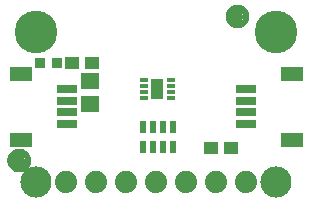
<source format=gbr>
G04 EAGLE Gerber RS-274X export*
G75*
%MOMM*%
%FSLAX34Y34*%
%LPD*%
%INSoldermask Top*%
%IPPOS*%
%AMOC8*
5,1,8,0,0,1.08239X$1,22.5*%
G01*
%ADD10C,2.641600*%
%ADD11R,1.601600X1.341600*%
%ADD12R,1.176600X1.101600*%
%ADD13R,0.551600X1.001600*%
%ADD14C,3.617600*%
%ADD15R,1.651600X0.701600*%
%ADD16R,1.901600X1.301600*%
%ADD17C,1.101600*%
%ADD18C,0.500000*%
%ADD19R,0.901600X0.901600*%
%ADD20R,1.101600X1.801600*%
%ADD21R,0.701600X0.351600*%
%ADD22C,1.879600*%


D10*
X25400Y25400D03*
X228600Y25400D03*
D11*
X71120Y91465D03*
X71120Y110465D03*
D12*
X190110Y53975D03*
X173110Y53975D03*
D13*
X115270Y71365D03*
X115270Y54365D03*
X124270Y71365D03*
X132270Y71365D03*
X141270Y71365D03*
X141270Y54365D03*
X124270Y54365D03*
X132270Y54365D03*
D14*
X25400Y152400D03*
X228600Y152400D03*
D15*
X202825Y83900D03*
X202825Y93900D03*
X202825Y73900D03*
X202825Y103900D03*
D16*
X241825Y60900D03*
X241825Y116900D03*
D15*
X51175Y93900D03*
X51175Y83900D03*
X51175Y103900D03*
X51175Y73900D03*
D16*
X12175Y116900D03*
X12175Y60900D03*
D17*
X10795Y43180D03*
D18*
X10795Y50680D02*
X10614Y50678D01*
X10433Y50671D01*
X10252Y50660D01*
X10071Y50645D01*
X9891Y50625D01*
X9711Y50601D01*
X9532Y50573D01*
X9354Y50540D01*
X9177Y50503D01*
X9000Y50462D01*
X8825Y50417D01*
X8650Y50367D01*
X8477Y50313D01*
X8306Y50255D01*
X8135Y50193D01*
X7967Y50126D01*
X7800Y50056D01*
X7634Y49982D01*
X7471Y49903D01*
X7310Y49821D01*
X7150Y49735D01*
X6993Y49645D01*
X6838Y49551D01*
X6685Y49454D01*
X6535Y49352D01*
X6387Y49248D01*
X6241Y49139D01*
X6099Y49028D01*
X5959Y48912D01*
X5822Y48794D01*
X5687Y48672D01*
X5556Y48547D01*
X5428Y48419D01*
X5303Y48288D01*
X5181Y48153D01*
X5063Y48016D01*
X4947Y47876D01*
X4836Y47734D01*
X4727Y47588D01*
X4623Y47440D01*
X4521Y47290D01*
X4424Y47137D01*
X4330Y46982D01*
X4240Y46825D01*
X4154Y46665D01*
X4072Y46504D01*
X3993Y46341D01*
X3919Y46175D01*
X3849Y46008D01*
X3782Y45840D01*
X3720Y45669D01*
X3662Y45498D01*
X3608Y45325D01*
X3558Y45150D01*
X3513Y44975D01*
X3472Y44798D01*
X3435Y44621D01*
X3402Y44443D01*
X3374Y44264D01*
X3350Y44084D01*
X3330Y43904D01*
X3315Y43723D01*
X3304Y43542D01*
X3297Y43361D01*
X3295Y43180D01*
X10795Y50680D02*
X10976Y50678D01*
X11157Y50671D01*
X11338Y50660D01*
X11519Y50645D01*
X11699Y50625D01*
X11879Y50601D01*
X12058Y50573D01*
X12236Y50540D01*
X12413Y50503D01*
X12590Y50462D01*
X12765Y50417D01*
X12940Y50367D01*
X13113Y50313D01*
X13284Y50255D01*
X13455Y50193D01*
X13623Y50126D01*
X13790Y50056D01*
X13956Y49982D01*
X14119Y49903D01*
X14280Y49821D01*
X14440Y49735D01*
X14597Y49645D01*
X14752Y49551D01*
X14905Y49454D01*
X15055Y49352D01*
X15203Y49248D01*
X15349Y49139D01*
X15491Y49028D01*
X15631Y48912D01*
X15768Y48794D01*
X15903Y48672D01*
X16034Y48547D01*
X16162Y48419D01*
X16287Y48288D01*
X16409Y48153D01*
X16527Y48016D01*
X16643Y47876D01*
X16754Y47734D01*
X16863Y47588D01*
X16967Y47440D01*
X17069Y47290D01*
X17166Y47137D01*
X17260Y46982D01*
X17350Y46825D01*
X17436Y46665D01*
X17518Y46504D01*
X17597Y46341D01*
X17671Y46175D01*
X17741Y46008D01*
X17808Y45840D01*
X17870Y45669D01*
X17928Y45498D01*
X17982Y45325D01*
X18032Y45150D01*
X18077Y44975D01*
X18118Y44798D01*
X18155Y44621D01*
X18188Y44443D01*
X18216Y44264D01*
X18240Y44084D01*
X18260Y43904D01*
X18275Y43723D01*
X18286Y43542D01*
X18293Y43361D01*
X18295Y43180D01*
X18293Y42999D01*
X18286Y42818D01*
X18275Y42637D01*
X18260Y42456D01*
X18240Y42276D01*
X18216Y42096D01*
X18188Y41917D01*
X18155Y41739D01*
X18118Y41562D01*
X18077Y41385D01*
X18032Y41210D01*
X17982Y41035D01*
X17928Y40862D01*
X17870Y40691D01*
X17808Y40520D01*
X17741Y40352D01*
X17671Y40185D01*
X17597Y40019D01*
X17518Y39856D01*
X17436Y39695D01*
X17350Y39535D01*
X17260Y39378D01*
X17166Y39223D01*
X17069Y39070D01*
X16967Y38920D01*
X16863Y38772D01*
X16754Y38626D01*
X16643Y38484D01*
X16527Y38344D01*
X16409Y38207D01*
X16287Y38072D01*
X16162Y37941D01*
X16034Y37813D01*
X15903Y37688D01*
X15768Y37566D01*
X15631Y37448D01*
X15491Y37332D01*
X15349Y37221D01*
X15203Y37112D01*
X15055Y37008D01*
X14905Y36906D01*
X14752Y36809D01*
X14597Y36715D01*
X14440Y36625D01*
X14280Y36539D01*
X14119Y36457D01*
X13956Y36378D01*
X13790Y36304D01*
X13623Y36234D01*
X13455Y36167D01*
X13284Y36105D01*
X13113Y36047D01*
X12940Y35993D01*
X12765Y35943D01*
X12590Y35898D01*
X12413Y35857D01*
X12236Y35820D01*
X12058Y35787D01*
X11879Y35759D01*
X11699Y35735D01*
X11519Y35715D01*
X11338Y35700D01*
X11157Y35689D01*
X10976Y35682D01*
X10795Y35680D01*
X10614Y35682D01*
X10433Y35689D01*
X10252Y35700D01*
X10071Y35715D01*
X9891Y35735D01*
X9711Y35759D01*
X9532Y35787D01*
X9354Y35820D01*
X9177Y35857D01*
X9000Y35898D01*
X8825Y35943D01*
X8650Y35993D01*
X8477Y36047D01*
X8306Y36105D01*
X8135Y36167D01*
X7967Y36234D01*
X7800Y36304D01*
X7634Y36378D01*
X7471Y36457D01*
X7310Y36539D01*
X7150Y36625D01*
X6993Y36715D01*
X6838Y36809D01*
X6685Y36906D01*
X6535Y37008D01*
X6387Y37112D01*
X6241Y37221D01*
X6099Y37332D01*
X5959Y37448D01*
X5822Y37566D01*
X5687Y37688D01*
X5556Y37813D01*
X5428Y37941D01*
X5303Y38072D01*
X5181Y38207D01*
X5063Y38344D01*
X4947Y38484D01*
X4836Y38626D01*
X4727Y38772D01*
X4623Y38920D01*
X4521Y39070D01*
X4424Y39223D01*
X4330Y39378D01*
X4240Y39535D01*
X4154Y39695D01*
X4072Y39856D01*
X3993Y40019D01*
X3919Y40185D01*
X3849Y40352D01*
X3782Y40520D01*
X3720Y40691D01*
X3662Y40862D01*
X3608Y41035D01*
X3558Y41210D01*
X3513Y41385D01*
X3472Y41562D01*
X3435Y41739D01*
X3402Y41917D01*
X3374Y42096D01*
X3350Y42276D01*
X3330Y42456D01*
X3315Y42637D01*
X3304Y42818D01*
X3297Y42999D01*
X3295Y43180D01*
D17*
X195580Y165100D03*
D18*
X195580Y172600D02*
X195399Y172598D01*
X195218Y172591D01*
X195037Y172580D01*
X194856Y172565D01*
X194676Y172545D01*
X194496Y172521D01*
X194317Y172493D01*
X194139Y172460D01*
X193962Y172423D01*
X193785Y172382D01*
X193610Y172337D01*
X193435Y172287D01*
X193262Y172233D01*
X193091Y172175D01*
X192920Y172113D01*
X192752Y172046D01*
X192585Y171976D01*
X192419Y171902D01*
X192256Y171823D01*
X192095Y171741D01*
X191935Y171655D01*
X191778Y171565D01*
X191623Y171471D01*
X191470Y171374D01*
X191320Y171272D01*
X191172Y171168D01*
X191026Y171059D01*
X190884Y170948D01*
X190744Y170832D01*
X190607Y170714D01*
X190472Y170592D01*
X190341Y170467D01*
X190213Y170339D01*
X190088Y170208D01*
X189966Y170073D01*
X189848Y169936D01*
X189732Y169796D01*
X189621Y169654D01*
X189512Y169508D01*
X189408Y169360D01*
X189306Y169210D01*
X189209Y169057D01*
X189115Y168902D01*
X189025Y168745D01*
X188939Y168585D01*
X188857Y168424D01*
X188778Y168261D01*
X188704Y168095D01*
X188634Y167928D01*
X188567Y167760D01*
X188505Y167589D01*
X188447Y167418D01*
X188393Y167245D01*
X188343Y167070D01*
X188298Y166895D01*
X188257Y166718D01*
X188220Y166541D01*
X188187Y166363D01*
X188159Y166184D01*
X188135Y166004D01*
X188115Y165824D01*
X188100Y165643D01*
X188089Y165462D01*
X188082Y165281D01*
X188080Y165100D01*
X195580Y172600D02*
X195761Y172598D01*
X195942Y172591D01*
X196123Y172580D01*
X196304Y172565D01*
X196484Y172545D01*
X196664Y172521D01*
X196843Y172493D01*
X197021Y172460D01*
X197198Y172423D01*
X197375Y172382D01*
X197550Y172337D01*
X197725Y172287D01*
X197898Y172233D01*
X198069Y172175D01*
X198240Y172113D01*
X198408Y172046D01*
X198575Y171976D01*
X198741Y171902D01*
X198904Y171823D01*
X199065Y171741D01*
X199225Y171655D01*
X199382Y171565D01*
X199537Y171471D01*
X199690Y171374D01*
X199840Y171272D01*
X199988Y171168D01*
X200134Y171059D01*
X200276Y170948D01*
X200416Y170832D01*
X200553Y170714D01*
X200688Y170592D01*
X200819Y170467D01*
X200947Y170339D01*
X201072Y170208D01*
X201194Y170073D01*
X201312Y169936D01*
X201428Y169796D01*
X201539Y169654D01*
X201648Y169508D01*
X201752Y169360D01*
X201854Y169210D01*
X201951Y169057D01*
X202045Y168902D01*
X202135Y168745D01*
X202221Y168585D01*
X202303Y168424D01*
X202382Y168261D01*
X202456Y168095D01*
X202526Y167928D01*
X202593Y167760D01*
X202655Y167589D01*
X202713Y167418D01*
X202767Y167245D01*
X202817Y167070D01*
X202862Y166895D01*
X202903Y166718D01*
X202940Y166541D01*
X202973Y166363D01*
X203001Y166184D01*
X203025Y166004D01*
X203045Y165824D01*
X203060Y165643D01*
X203071Y165462D01*
X203078Y165281D01*
X203080Y165100D01*
X203078Y164919D01*
X203071Y164738D01*
X203060Y164557D01*
X203045Y164376D01*
X203025Y164196D01*
X203001Y164016D01*
X202973Y163837D01*
X202940Y163659D01*
X202903Y163482D01*
X202862Y163305D01*
X202817Y163130D01*
X202767Y162955D01*
X202713Y162782D01*
X202655Y162611D01*
X202593Y162440D01*
X202526Y162272D01*
X202456Y162105D01*
X202382Y161939D01*
X202303Y161776D01*
X202221Y161615D01*
X202135Y161455D01*
X202045Y161298D01*
X201951Y161143D01*
X201854Y160990D01*
X201752Y160840D01*
X201648Y160692D01*
X201539Y160546D01*
X201428Y160404D01*
X201312Y160264D01*
X201194Y160127D01*
X201072Y159992D01*
X200947Y159861D01*
X200819Y159733D01*
X200688Y159608D01*
X200553Y159486D01*
X200416Y159368D01*
X200276Y159252D01*
X200134Y159141D01*
X199988Y159032D01*
X199840Y158928D01*
X199690Y158826D01*
X199537Y158729D01*
X199382Y158635D01*
X199225Y158545D01*
X199065Y158459D01*
X198904Y158377D01*
X198741Y158298D01*
X198575Y158224D01*
X198408Y158154D01*
X198240Y158087D01*
X198069Y158025D01*
X197898Y157967D01*
X197725Y157913D01*
X197550Y157863D01*
X197375Y157818D01*
X197198Y157777D01*
X197021Y157740D01*
X196843Y157707D01*
X196664Y157679D01*
X196484Y157655D01*
X196304Y157635D01*
X196123Y157620D01*
X195942Y157609D01*
X195761Y157602D01*
X195580Y157600D01*
X195399Y157602D01*
X195218Y157609D01*
X195037Y157620D01*
X194856Y157635D01*
X194676Y157655D01*
X194496Y157679D01*
X194317Y157707D01*
X194139Y157740D01*
X193962Y157777D01*
X193785Y157818D01*
X193610Y157863D01*
X193435Y157913D01*
X193262Y157967D01*
X193091Y158025D01*
X192920Y158087D01*
X192752Y158154D01*
X192585Y158224D01*
X192419Y158298D01*
X192256Y158377D01*
X192095Y158459D01*
X191935Y158545D01*
X191778Y158635D01*
X191623Y158729D01*
X191470Y158826D01*
X191320Y158928D01*
X191172Y159032D01*
X191026Y159141D01*
X190884Y159252D01*
X190744Y159368D01*
X190607Y159486D01*
X190472Y159608D01*
X190341Y159733D01*
X190213Y159861D01*
X190088Y159992D01*
X189966Y160127D01*
X189848Y160264D01*
X189732Y160404D01*
X189621Y160546D01*
X189512Y160692D01*
X189408Y160840D01*
X189306Y160990D01*
X189209Y161143D01*
X189115Y161298D01*
X189025Y161455D01*
X188939Y161615D01*
X188857Y161776D01*
X188778Y161939D01*
X188704Y162105D01*
X188634Y162272D01*
X188567Y162440D01*
X188505Y162611D01*
X188447Y162782D01*
X188393Y162955D01*
X188343Y163130D01*
X188298Y163305D01*
X188257Y163482D01*
X188220Y163659D01*
X188187Y163837D01*
X188159Y164016D01*
X188135Y164196D01*
X188115Y164376D01*
X188100Y164557D01*
X188089Y164738D01*
X188082Y164919D01*
X188080Y165100D01*
D19*
X28060Y125730D03*
X43060Y125730D03*
D20*
X127635Y103505D03*
D21*
X116135Y111005D03*
X116135Y106005D03*
X116135Y101005D03*
X116135Y96005D03*
X139135Y96005D03*
X139135Y101005D03*
X139135Y106005D03*
X139135Y111005D03*
D22*
X50800Y25400D03*
X76200Y25400D03*
X101600Y25400D03*
X127000Y25400D03*
X152400Y25400D03*
X177800Y25400D03*
X203200Y25400D03*
D12*
X55635Y125730D03*
X72635Y125730D03*
M02*

</source>
